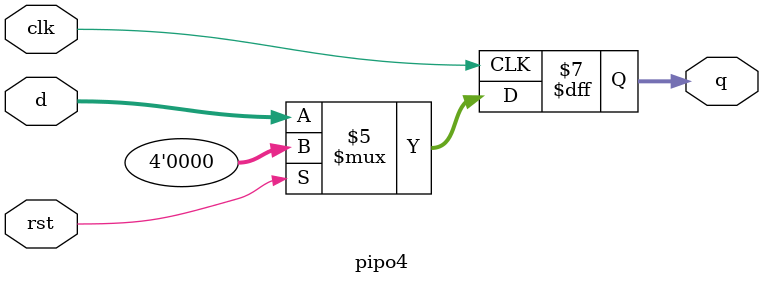
<source format=v>
module pipo4(clk,rst,d,q);
//Inputs
input clk,rst;
input [3:0]d;
//Outputs
output reg[3:0]q=0;
always@(posedge clk)
	begin
	if(rst==1)
		q=0;
	else
		q=d;
	end
endmodule

</source>
